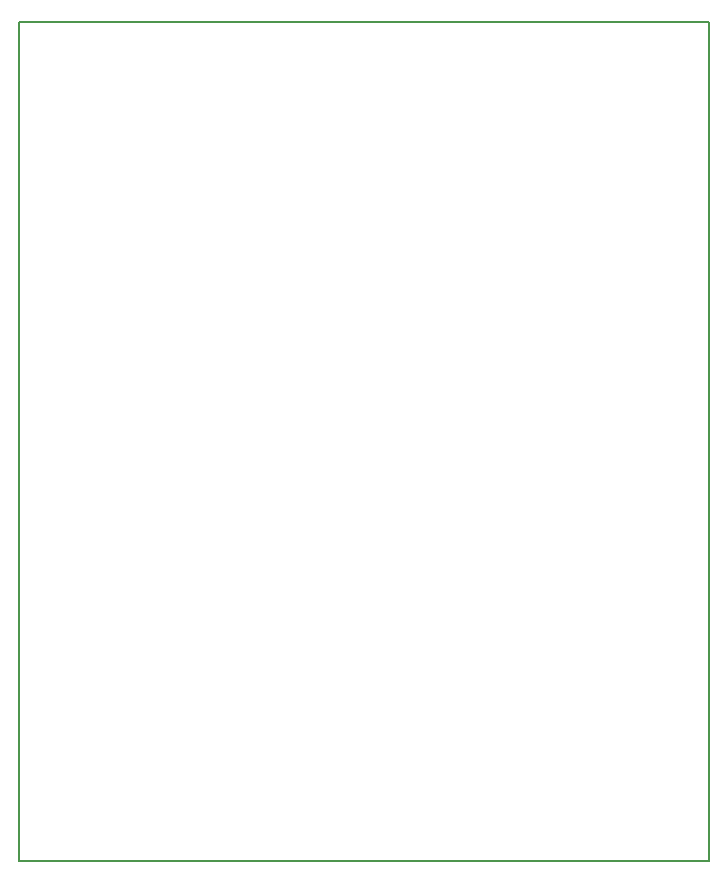
<source format=gko>
G04 Layer_Color=16711935*
%FSLAX25Y25*%
%MOIN*%
G70*
G01*
G75*
%ADD10C,0.00787*%
D10*
X0Y0D02*
X230315D01*
Y279528D01*
X0D02*
X230315D01*
X0Y0D02*
Y279528D01*
M02*

</source>
